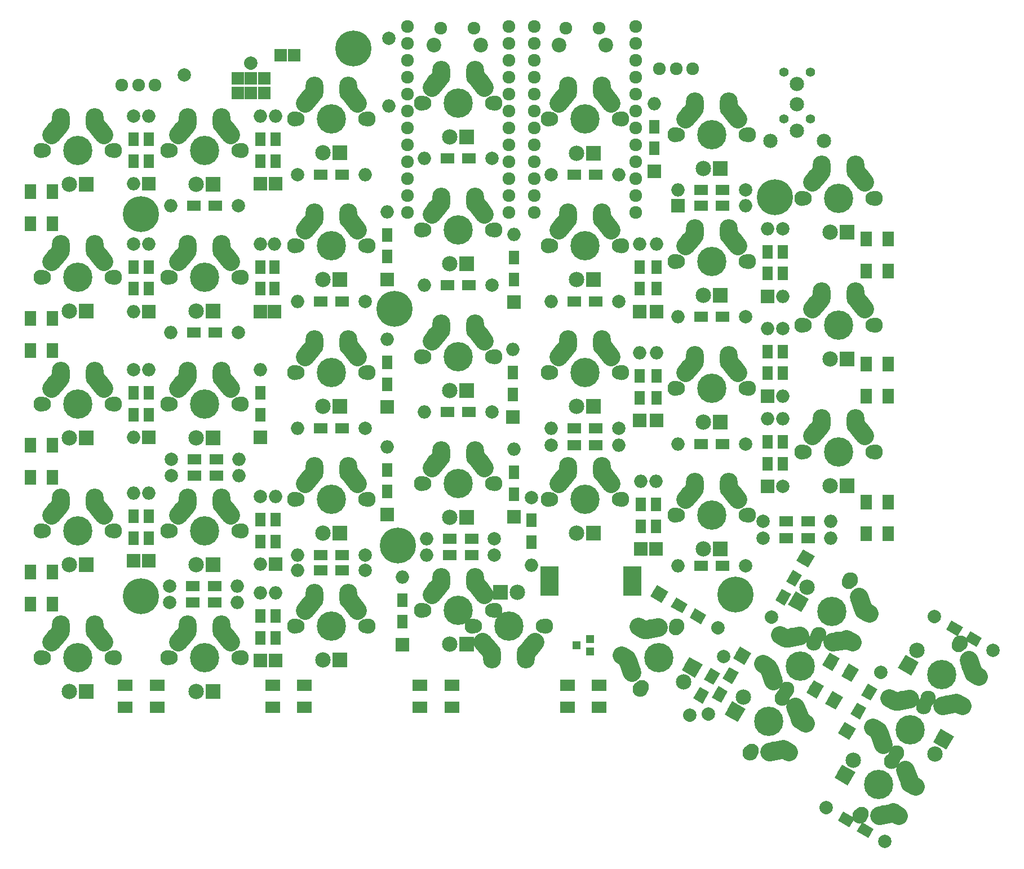
<source format=gbs>
G04 #@! TF.GenerationSoftware,KiCad,Pcbnew,(5.0.0)*
G04 #@! TF.CreationDate,2018-08-02T22:48:22+09:00*
G04 #@! TF.ProjectId,ergodash,6572676F646173682E6B696361645F70,2.0*
G04 #@! TF.SameCoordinates,Original*
G04 #@! TF.FileFunction,Soldermask,Bot*
G04 #@! TF.FilePolarity,Negative*
%FSLAX46Y46*%
G04 Gerber Fmt 4.6, Leading zero omitted, Abs format (unit mm)*
G04 Created by KiCad (PCBNEW (5.0.0)) date 08/02/18 22:48:22*
%MOMM*%
%LPD*%
G01*
G04 APERTURE LIST*
%ADD10O,2.000000X2.000000*%
%ADD11C,2.000000*%
%ADD12C,2.000000*%
%ADD13C,4.400000*%
%ADD14C,2.300000*%
%ADD15C,2.800000*%
%ADD16C,2.800000*%
%ADD17C,2.700000*%
%ADD18C,2.700000*%
%ADD19C,2.100000*%
%ADD20R,1.600000X2.000000*%
%ADD21O,2.700000X3.737000*%
%ADD22R,2.800000X4.400000*%
%ADD23C,2.200000*%
%ADD24C,1.924000*%
%ADD25C,5.400000*%
%ADD26R,1.924000X1.924000*%
%ADD27C,1.390600*%
%ADD28C,2.152600*%
%ADD29R,2.000000X1.600000*%
%ADD30C,1.600000*%
%ADD31C,0.100000*%
%ADD32C,2.305000*%
%ADD33R,2.305000X2.305000*%
%ADD34R,1.300000X1.200000*%
%ADD35R,2.000000X2.000000*%
%ADD36R,1.800000X2.200000*%
%ADD37R,2.200000X1.800000*%
%ADD38C,1.800000*%
G04 APERTURE END LIST*
D10*
G04 #@! TO.C,R2*
X133731000Y-51308000D03*
D11*
X133731000Y-41148000D03*
G04 #@! TD*
G04 #@! TO.C,R1*
X113002647Y-44844735D03*
D12*
X113002647Y-44844735D02*
X113002647Y-44844735D01*
D11*
X102997000Y-46609000D03*
G04 #@! TD*
D13*
G04 #@! TO.C,SW34*
X174292000Y-134175250D03*
D14*
X171542000Y-138938390D03*
X177042000Y-129412110D03*
D15*
X169947881Y-135547022D03*
D16*
X170255699Y-136392745D02*
X169640063Y-134701299D01*
D15*
X173307930Y-129727247D03*
D16*
X172421603Y-129883530D02*
X174194257Y-129570964D01*
D17*
X171654886Y-129742866D03*
D18*
X171205852Y-129483616D02*
X172103920Y-130002116D01*
D17*
X169134886Y-134107634D03*
D18*
X168685852Y-133848384D02*
X169583920Y-134366884D01*
D19*
X176832000Y-129775841D03*
X171752000Y-138574659D03*
G04 #@! TD*
D20*
G04 #@! TO.C,R13*
X155194000Y-116798000D03*
D11*
X155194000Y-110088000D03*
D10*
X155194000Y-120248000D03*
D20*
X155194000Y-113538000D03*
G04 #@! TD*
D13*
G04 #@! TO.C,SW38*
X151765000Y-129413000D03*
D14*
X157265000Y-129413000D03*
X146265000Y-129413000D03*
D15*
X155125049Y-132489231D03*
D16*
X155703558Y-131799791D02*
X154546540Y-133178671D01*
D15*
X148404951Y-132489231D03*
D16*
X148983460Y-133178671D02*
X147826442Y-131799791D01*
D21*
X149245000Y-133913000D03*
X154285000Y-133913000D03*
D19*
X146685000Y-129413000D03*
X156845000Y-129413000D03*
G04 #@! TD*
D22*
G04 #@! TO.C,M1*
X170284000Y-122682000D03*
X157884000Y-122682000D03*
G04 #@! TD*
D23*
G04 #@! TO.C,SW29*
X166314000Y-42124000D03*
X159314000Y-42124000D03*
D24*
X165314000Y-39624000D03*
X160314000Y-39624000D03*
G04 #@! TD*
D23*
G04 #@! TO.C,SW37*
X140518000Y-42124000D03*
X147518000Y-42124000D03*
D24*
X141518000Y-39624000D03*
X146518000Y-39624000D03*
G04 #@! TD*
D13*
G04 #@! TO.C,SW33*
X144145000Y-127031750D03*
D14*
X149645000Y-127031750D03*
X138645000Y-127031750D03*
D15*
X147505049Y-123955519D03*
D16*
X148083558Y-124644959D02*
X146926540Y-123266079D01*
D15*
X140784951Y-123955519D03*
D16*
X141363460Y-123266079D02*
X140206442Y-124644959D01*
D21*
X141625000Y-122531750D03*
X146665000Y-122531750D03*
D19*
X139065000Y-127031750D03*
X149225000Y-127031750D03*
G04 #@! TD*
D13*
G04 #@! TO.C,SW12*
X125095000Y-110363000D03*
D14*
X119595000Y-110363000D03*
X130595000Y-110363000D03*
D15*
X121734951Y-107286769D03*
D16*
X121156442Y-107976209D02*
X122313460Y-106597329D01*
D15*
X128455049Y-107286769D03*
D16*
X127876540Y-106597329D02*
X129033558Y-107976209D01*
D21*
X127615000Y-105863000D03*
X122575000Y-105863000D03*
D19*
X130175000Y-110363000D03*
X120015000Y-110363000D03*
G04 #@! TD*
D13*
G04 #@! TO.C,SW11*
X125095000Y-91313000D03*
D14*
X119595000Y-91313000D03*
X130595000Y-91313000D03*
D15*
X121734951Y-88236769D03*
D16*
X121156442Y-88926209D02*
X122313460Y-87547329D01*
D15*
X128455049Y-88236769D03*
D16*
X127876540Y-87547329D02*
X129033558Y-88926209D01*
D21*
X127615000Y-86813000D03*
X122575000Y-86813000D03*
D19*
X130175000Y-91313000D03*
X120015000Y-91313000D03*
G04 #@! TD*
D13*
G04 #@! TO.C,SW4*
X86995000Y-115125500D03*
D14*
X92495000Y-115125500D03*
X81495000Y-115125500D03*
D15*
X90355049Y-112049269D03*
D16*
X90933558Y-112738709D02*
X89776540Y-111359829D01*
D15*
X83634951Y-112049269D03*
D16*
X84213460Y-111359829D02*
X83056442Y-112738709D01*
D21*
X84475000Y-110625500D03*
X89515000Y-110625500D03*
D19*
X81915000Y-115125500D03*
X92075000Y-115125500D03*
G04 #@! TD*
D13*
G04 #@! TO.C,SW1*
X86995000Y-57975500D03*
D14*
X92495000Y-57975500D03*
X81495000Y-57975500D03*
D15*
X90355049Y-54899269D03*
D16*
X90933558Y-55588709D02*
X89776540Y-54209829D01*
D15*
X83634951Y-54899269D03*
D16*
X84213460Y-54209829D02*
X83056442Y-55588709D01*
D21*
X84475000Y-53475500D03*
X89515000Y-53475500D03*
D19*
X81915000Y-57975500D03*
X92075000Y-57975500D03*
G04 #@! TD*
D13*
G04 #@! TO.C,SW21*
X182245000Y-55594250D03*
D14*
X176745000Y-55594250D03*
X187745000Y-55594250D03*
D15*
X178884951Y-52518019D03*
D16*
X178306442Y-53207459D02*
X179463460Y-51828579D01*
D15*
X185605049Y-52518019D03*
D16*
X185026540Y-51828579D02*
X186183558Y-53207459D01*
D21*
X184765000Y-51094250D03*
X179725000Y-51094250D03*
D19*
X187325000Y-55594250D03*
X177165000Y-55594250D03*
G04 #@! TD*
D24*
G04 #@! TO.C,U6*
X170815000Y-39370000D03*
X170815000Y-41910000D03*
X170815000Y-44450000D03*
X170815000Y-46990000D03*
X170815000Y-49530000D03*
X170815000Y-52070000D03*
X170815000Y-54610000D03*
X170815000Y-57150000D03*
X170815000Y-59690000D03*
X170815000Y-62230000D03*
X170815000Y-64770000D03*
X170815000Y-67310000D03*
X155575000Y-67310000D03*
X155575000Y-64770000D03*
X155575000Y-62230000D03*
X155575000Y-59690000D03*
X155575000Y-57150000D03*
X155575000Y-54610000D03*
X155575000Y-52070000D03*
X155575000Y-49530000D03*
X155575000Y-46990000D03*
X155575000Y-44450000D03*
X155575000Y-41910000D03*
X155575000Y-39370000D03*
G04 #@! TD*
D25*
G04 #@! TO.C,U1*
X134620000Y-81788000D03*
G04 #@! TD*
G04 #@! TO.C,U2*
X191770000Y-65024000D03*
G04 #@! TD*
G04 #@! TO.C,U4*
X185801000Y-124714000D03*
G04 #@! TD*
G04 #@! TO.C,U5*
X96520000Y-67564000D03*
G04 #@! TD*
G04 #@! TO.C,U7*
X96520000Y-124968000D03*
G04 #@! TD*
D26*
G04 #@! TO.C,W1*
X119491000Y-43688000D03*
X117491000Y-43688000D03*
G04 #@! TD*
D27*
G04 #@! TO.C,J1*
X197072000Y-46204000D03*
X193072000Y-46204000D03*
D28*
X195072000Y-51004000D03*
X191072000Y-56504000D03*
X195072000Y-55004000D03*
X199072000Y-56504000D03*
X195072000Y-48004000D03*
D27*
X193072000Y-53204000D03*
X197072000Y-53204000D03*
G04 #@! TD*
D24*
G04 #@! TO.C,J2*
X96139000Y-48133000D03*
X93639000Y-48133000D03*
X98639000Y-48133000D03*
G04 #@! TD*
G04 #@! TO.C,J3*
X176911000Y-45720000D03*
X174411000Y-45720000D03*
X179411000Y-45720000D03*
G04 #@! TD*
D25*
G04 #@! TO.C,U8*
X135128000Y-117348000D03*
G04 #@! TD*
D20*
G04 #@! TO.C,R3*
X95377000Y-59542000D03*
D11*
X95377000Y-52832000D03*
D10*
X95377000Y-62992000D03*
D20*
X95377000Y-56282000D03*
G04 #@! TD*
D29*
G04 #@! TO.C,R4*
X104415000Y-66294000D03*
D11*
X111125000Y-66294000D03*
D10*
X100965000Y-66294000D03*
D29*
X107675000Y-66294000D03*
G04 #@! TD*
G04 #@! TO.C,R5*
X126725000Y-61595000D03*
D11*
X120015000Y-61595000D03*
D10*
X130175000Y-61595000D03*
D29*
X123465000Y-61595000D03*
G04 #@! TD*
G04 #@! TO.C,R6*
X142515000Y-59182000D03*
D11*
X149225000Y-59182000D03*
D10*
X139065000Y-59182000D03*
D29*
X145775000Y-59182000D03*
G04 #@! TD*
G04 #@! TO.C,R7*
X164825000Y-61595000D03*
D11*
X158115000Y-61595000D03*
D10*
X168275000Y-61595000D03*
D29*
X161565000Y-61595000D03*
G04 #@! TD*
G04 #@! TO.C,R8*
X180615000Y-63881000D03*
D11*
X187325000Y-63881000D03*
D10*
X177165000Y-63881000D03*
D29*
X183875000Y-63881000D03*
G04 #@! TD*
D20*
G04 #@! TO.C,R9*
X192913000Y-76433000D03*
D11*
X192913000Y-69723000D03*
D10*
X192913000Y-79883000D03*
D20*
X192913000Y-73173000D03*
G04 #@! TD*
G04 #@! TO.C,R10*
X95377000Y-78719000D03*
D11*
X95377000Y-72009000D03*
D10*
X95377000Y-82169000D03*
D20*
X95377000Y-75459000D03*
G04 #@! TD*
D29*
G04 #@! TO.C,R11*
X104415000Y-85344000D03*
D11*
X111125000Y-85344000D03*
D10*
X100965000Y-85344000D03*
D29*
X107675000Y-85344000D03*
G04 #@! TD*
G04 #@! TO.C,R12*
X123465000Y-80645000D03*
D11*
X130175000Y-80645000D03*
D10*
X120015000Y-80645000D03*
D29*
X126725000Y-80645000D03*
G04 #@! TD*
G04 #@! TO.C,R15*
X142515000Y-78232000D03*
D11*
X149225000Y-78232000D03*
D10*
X139065000Y-78232000D03*
D29*
X145775000Y-78232000D03*
G04 #@! TD*
G04 #@! TO.C,R16*
X161565000Y-80645000D03*
D11*
X168275000Y-80645000D03*
D10*
X158115000Y-80645000D03*
D29*
X164825000Y-80645000D03*
G04 #@! TD*
G04 #@! TO.C,R17*
X180615000Y-82931000D03*
D11*
X187325000Y-82931000D03*
D10*
X177165000Y-82931000D03*
D29*
X183875000Y-82931000D03*
G04 #@! TD*
D20*
G04 #@! TO.C,R18*
X192913000Y-91419000D03*
D11*
X192913000Y-84709000D03*
D10*
X192913000Y-94869000D03*
D20*
X192913000Y-88159000D03*
G04 #@! TD*
G04 #@! TO.C,R19*
X95377000Y-97642000D03*
D11*
X95377000Y-90932000D03*
D10*
X95377000Y-101092000D03*
D20*
X95377000Y-94382000D03*
G04 #@! TD*
D29*
G04 #@! TO.C,R20*
X107802000Y-104394000D03*
D11*
X101092000Y-104394000D03*
D10*
X111252000Y-104394000D03*
D29*
X104542000Y-104394000D03*
G04 #@! TD*
G04 #@! TO.C,R21*
X123465000Y-99695000D03*
D11*
X130175000Y-99695000D03*
D10*
X120015000Y-99695000D03*
D29*
X126725000Y-99695000D03*
G04 #@! TD*
G04 #@! TO.C,R22*
X142515000Y-97282000D03*
D11*
X149225000Y-97282000D03*
D10*
X139065000Y-97282000D03*
D29*
X145775000Y-97282000D03*
G04 #@! TD*
G04 #@! TO.C,R23*
X161565000Y-99695000D03*
D11*
X168275000Y-99695000D03*
D10*
X158115000Y-99695000D03*
D29*
X164825000Y-99695000D03*
G04 #@! TD*
G04 #@! TO.C,R24*
X180615000Y-102108000D03*
D11*
X187325000Y-102108000D03*
D10*
X177165000Y-102108000D03*
D29*
X183875000Y-102108000D03*
G04 #@! TD*
D20*
G04 #@! TO.C,R25*
X192913000Y-101748000D03*
D11*
X192913000Y-108458000D03*
D10*
X192913000Y-98298000D03*
D20*
X192913000Y-105008000D03*
G04 #@! TD*
D29*
G04 #@! TO.C,R26*
X107802000Y-106807000D03*
D11*
X101092000Y-106807000D03*
D10*
X111252000Y-106807000D03*
D29*
X104542000Y-106807000D03*
G04 #@! TD*
D20*
G04 #@! TO.C,R27*
X114427000Y-116692000D03*
D11*
X114427000Y-109982000D03*
D10*
X114427000Y-120142000D03*
D20*
X114427000Y-113432000D03*
G04 #@! TD*
D29*
G04 #@! TO.C,R28*
X123465000Y-118745000D03*
D11*
X130175000Y-118745000D03*
D10*
X120015000Y-118745000D03*
D29*
X126725000Y-118745000D03*
G04 #@! TD*
G04 #@! TO.C,R29*
X142896000Y-116332000D03*
D11*
X149606000Y-116332000D03*
D10*
X139446000Y-116332000D03*
D29*
X146156000Y-116332000D03*
G04 #@! TD*
G04 #@! TO.C,R30*
X164825000Y-102235000D03*
D11*
X158115000Y-102235000D03*
D10*
X168275000Y-102235000D03*
D29*
X161565000Y-102235000D03*
G04 #@! TD*
G04 #@! TO.C,R31*
X180615000Y-120396000D03*
D11*
X187325000Y-120396000D03*
D10*
X177165000Y-120396000D03*
D29*
X183875000Y-120396000D03*
G04 #@! TD*
D30*
G04 #@! TO.C,R32*
X180668000Y-139796030D03*
D31*
G36*
X180475180Y-138530005D02*
X181860820Y-139330005D01*
X180860820Y-141062055D01*
X179475180Y-140262055D01*
X180475180Y-138530005D01*
X180475180Y-138530005D01*
G37*
D11*
X184023000Y-133985000D03*
X178943000Y-142783818D03*
D12*
X178943000Y-142783818D02*
X178943000Y-142783818D01*
D30*
X182298000Y-136972788D03*
D31*
G36*
X182105180Y-135706763D02*
X183490820Y-136506763D01*
X182490820Y-138238813D01*
X181105180Y-137438813D01*
X182105180Y-135706763D01*
X182105180Y-135706763D01*
G37*
G04 #@! TD*
D29*
G04 #@! TO.C,R33*
X107548000Y-123444000D03*
D11*
X100838000Y-123444000D03*
D10*
X110998000Y-123444000D03*
D29*
X104288000Y-123444000D03*
G04 #@! TD*
G04 #@! TO.C,R34*
X107548000Y-125857000D03*
D11*
X100838000Y-125857000D03*
D10*
X110998000Y-125857000D03*
D29*
X104288000Y-125857000D03*
G04 #@! TD*
G04 #@! TO.C,R35*
X123465000Y-121031000D03*
D11*
X130175000Y-121031000D03*
D10*
X120015000Y-121031000D03*
D29*
X126725000Y-121031000D03*
G04 #@! TD*
G04 #@! TO.C,R36*
X142896000Y-118745000D03*
D11*
X149606000Y-118745000D03*
D10*
X139446000Y-118745000D03*
D29*
X146156000Y-118745000D03*
G04 #@! TD*
D25*
G04 #@! TO.C,U9*
X128397000Y-42672000D03*
G04 #@! TD*
D32*
G04 #@! TO.C,D35*
X85725000Y-63055500D03*
D33*
X88265000Y-63055500D03*
G04 #@! TD*
D32*
G04 #@! TO.C,D36*
X104775000Y-63055500D03*
D33*
X107315000Y-63055500D03*
G04 #@! TD*
D32*
G04 #@! TO.C,D37*
X123825000Y-58293000D03*
D33*
X126365000Y-58293000D03*
G04 #@! TD*
D32*
G04 #@! TO.C,D38*
X142875000Y-55911750D03*
D33*
X145415000Y-55911750D03*
G04 #@! TD*
D32*
G04 #@! TO.C,D39*
X161925000Y-58420000D03*
D33*
X164465000Y-58420000D03*
G04 #@! TD*
D32*
G04 #@! TO.C,D40*
X180975000Y-60674250D03*
D33*
X183515000Y-60674250D03*
G04 #@! TD*
D32*
G04 #@! TO.C,D41*
X200025000Y-70199250D03*
D33*
X202565000Y-70199250D03*
G04 #@! TD*
D32*
G04 #@! TO.C,D42*
X85725000Y-82105500D03*
D33*
X88265000Y-82105500D03*
G04 #@! TD*
D32*
G04 #@! TO.C,D43*
X104775000Y-82105500D03*
D33*
X107315000Y-82105500D03*
G04 #@! TD*
D32*
G04 #@! TO.C,D44*
X123825000Y-77343000D03*
D33*
X126365000Y-77343000D03*
G04 #@! TD*
D32*
G04 #@! TO.C,D45*
X142875000Y-74961750D03*
D33*
X145415000Y-74961750D03*
G04 #@! TD*
D32*
G04 #@! TO.C,D46*
X161925000Y-77343000D03*
D33*
X164465000Y-77343000D03*
G04 #@! TD*
D32*
G04 #@! TO.C,D47*
X180975000Y-79724250D03*
D33*
X183515000Y-79724250D03*
G04 #@! TD*
D32*
G04 #@! TO.C,D48*
X200025000Y-89249250D03*
D33*
X202565000Y-89249250D03*
G04 #@! TD*
D32*
G04 #@! TO.C,D49*
X85725000Y-101155500D03*
D33*
X88265000Y-101155500D03*
G04 #@! TD*
D32*
G04 #@! TO.C,D50*
X104775000Y-101155500D03*
D33*
X107315000Y-101155500D03*
G04 #@! TD*
D32*
G04 #@! TO.C,D51*
X123825000Y-96393000D03*
D33*
X126365000Y-96393000D03*
G04 #@! TD*
D32*
G04 #@! TO.C,D52*
X142875000Y-94011750D03*
D33*
X145415000Y-94011750D03*
G04 #@! TD*
D32*
G04 #@! TO.C,D53*
X161925000Y-96393000D03*
D33*
X164465000Y-96393000D03*
G04 #@! TD*
D32*
G04 #@! TO.C,D54*
X180975000Y-98774250D03*
D33*
X183515000Y-98774250D03*
G04 #@! TD*
D32*
G04 #@! TO.C,D55*
X200025000Y-108299250D03*
D33*
X202565000Y-108299250D03*
G04 #@! TD*
D32*
G04 #@! TO.C,D56*
X85725000Y-120205500D03*
D33*
X88265000Y-120205500D03*
G04 #@! TD*
D32*
G04 #@! TO.C,D57*
X104775000Y-120205500D03*
D33*
X107315000Y-120205500D03*
G04 #@! TD*
D32*
G04 #@! TO.C,D58*
X123825000Y-115443000D03*
D33*
X126365000Y-115443000D03*
G04 #@! TD*
D32*
G04 #@! TO.C,D59*
X142875000Y-113061750D03*
D33*
X145415000Y-113061750D03*
G04 #@! TD*
D32*
G04 #@! TO.C,D60*
X161925000Y-115443000D03*
D33*
X164465000Y-115443000D03*
G04 #@! TD*
D32*
G04 #@! TO.C,D61*
X180975000Y-117824250D03*
D33*
X183515000Y-117824250D03*
G04 #@! TD*
D32*
G04 #@! TO.C,D62*
X178056409Y-137815102D03*
X179326409Y-135615398D03*
D31*
G36*
X179748253Y-137189742D02*
X177752065Y-136037242D01*
X178904565Y-134041054D01*
X180900753Y-135193554D01*
X179748253Y-137189742D01*
X179748253Y-137189742D01*
G37*
G04 #@! TD*
D32*
G04 #@! TO.C,D63*
X85725000Y-139255500D03*
D33*
X88265000Y-139255500D03*
G04 #@! TD*
D32*
G04 #@! TO.C,D64*
X104775000Y-139255500D03*
D33*
X107315000Y-139255500D03*
G04 #@! TD*
D32*
G04 #@! TO.C,D65*
X123825000Y-134493000D03*
D33*
X126365000Y-134493000D03*
G04 #@! TD*
D32*
G04 #@! TO.C,D66*
X142875000Y-132111750D03*
D33*
X145415000Y-132111750D03*
G04 #@! TD*
D24*
G04 #@! TO.C,U3*
X136525000Y-39370000D03*
X136525000Y-41910000D03*
X136525000Y-44450000D03*
X136525000Y-46990000D03*
X136525000Y-49530000D03*
X136525000Y-52070000D03*
X136525000Y-54610000D03*
X136525000Y-57150000D03*
X136525000Y-59690000D03*
X136525000Y-62230000D03*
X136525000Y-64770000D03*
X136525000Y-67310000D03*
X151765000Y-67310000D03*
X151765000Y-64770000D03*
X151765000Y-62230000D03*
X151765000Y-59690000D03*
X151765000Y-57150000D03*
X151765000Y-54610000D03*
X151765000Y-52070000D03*
X151765000Y-49530000D03*
X151765000Y-46990000D03*
X151765000Y-44450000D03*
X151765000Y-41910000D03*
X151765000Y-39370000D03*
G04 #@! TD*
D32*
G04 #@! TO.C,D67*
X153035000Y-124333000D03*
D33*
X150495000Y-124333000D03*
G04 #@! TD*
D30*
G04 #@! TO.C,D68*
X205920000Y-139349970D03*
D31*
G36*
X206112820Y-140615995D02*
X204727180Y-139815995D01*
X205727180Y-138083945D01*
X207112820Y-138883945D01*
X206112820Y-140615995D01*
X206112820Y-140615995D01*
G37*
D11*
X202565000Y-145161000D03*
D31*
G36*
X202931025Y-146527025D02*
X201198975Y-145527025D01*
X202198975Y-143794975D01*
X203931025Y-144794975D01*
X202931025Y-146527025D01*
X202931025Y-146527025D01*
G37*
D11*
X207645000Y-136362182D03*
D12*
X207645000Y-136362182D02*
X207645000Y-136362182D01*
D30*
X204290000Y-142173212D03*
D31*
G36*
X204482820Y-143439237D02*
X203097180Y-142639237D01*
X204097180Y-140907187D01*
X205482820Y-141707187D01*
X204482820Y-143439237D01*
X204482820Y-143439237D01*
G37*
G04 #@! TD*
D34*
G04 #@! TO.C,Q1*
X163957000Y-133223000D03*
X163957000Y-131323000D03*
X161957000Y-132273000D03*
G04 #@! TD*
D13*
G04 #@! TO.C,SW2*
X86995000Y-77025500D03*
D14*
X92495000Y-77025500D03*
X81495000Y-77025500D03*
D15*
X90355049Y-73949269D03*
D16*
X90933558Y-74638709D02*
X89776540Y-73259829D01*
D15*
X83634951Y-73949269D03*
D16*
X84213460Y-73259829D02*
X83056442Y-74638709D01*
D21*
X84475000Y-72525500D03*
X89515000Y-72525500D03*
D19*
X81915000Y-77025500D03*
X92075000Y-77025500D03*
G04 #@! TD*
D13*
G04 #@! TO.C,SW3*
X86995000Y-96075500D03*
D14*
X92495000Y-96075500D03*
X81495000Y-96075500D03*
D15*
X90355049Y-92999269D03*
D16*
X90933558Y-93688709D02*
X89776540Y-92309829D01*
D15*
X83634951Y-92999269D03*
D16*
X84213460Y-92309829D02*
X83056442Y-93688709D01*
D21*
X84475000Y-91575500D03*
X89515000Y-91575500D03*
D19*
X81915000Y-96075500D03*
X92075000Y-96075500D03*
G04 #@! TD*
D13*
G04 #@! TO.C,SW5*
X106045000Y-57975500D03*
D14*
X100545000Y-57975500D03*
X111545000Y-57975500D03*
D15*
X102684951Y-54899269D03*
D16*
X102106442Y-55588709D02*
X103263460Y-54209829D01*
D15*
X109405049Y-54899269D03*
D16*
X108826540Y-54209829D02*
X109983558Y-55588709D01*
D21*
X108565000Y-53475500D03*
X103525000Y-53475500D03*
D19*
X111125000Y-57975500D03*
X100965000Y-57975500D03*
G04 #@! TD*
D13*
G04 #@! TO.C,SW6*
X106045000Y-77025500D03*
D14*
X100545000Y-77025500D03*
X111545000Y-77025500D03*
D15*
X102684951Y-73949269D03*
D16*
X102106442Y-74638709D02*
X103263460Y-73259829D01*
D15*
X109405049Y-73949269D03*
D16*
X108826540Y-73259829D02*
X109983558Y-74638709D01*
D21*
X108565000Y-72525500D03*
X103525000Y-72525500D03*
D19*
X111125000Y-77025500D03*
X100965000Y-77025500D03*
G04 #@! TD*
D13*
G04 #@! TO.C,SW7*
X106045000Y-96075500D03*
D14*
X100545000Y-96075500D03*
X111545000Y-96075500D03*
D15*
X102684951Y-92999269D03*
D16*
X102106442Y-93688709D02*
X103263460Y-92309829D01*
D15*
X109405049Y-92999269D03*
D16*
X108826540Y-92309829D02*
X109983558Y-93688709D01*
D21*
X108565000Y-91575500D03*
X103525000Y-91575500D03*
D19*
X111125000Y-96075500D03*
X100965000Y-96075500D03*
G04 #@! TD*
D13*
G04 #@! TO.C,SW8*
X106045000Y-115125500D03*
D14*
X100545000Y-115125500D03*
X111545000Y-115125500D03*
D15*
X102684951Y-112049269D03*
D16*
X102106442Y-112738709D02*
X103263460Y-111359829D01*
D15*
X109405049Y-112049269D03*
D16*
X108826540Y-111359829D02*
X109983558Y-112738709D01*
D21*
X108565000Y-110625500D03*
X103525000Y-110625500D03*
D19*
X111125000Y-115125500D03*
X100965000Y-115125500D03*
G04 #@! TD*
D13*
G04 #@! TO.C,SW9*
X125095000Y-53213000D03*
D14*
X130595000Y-53213000D03*
X119595000Y-53213000D03*
D15*
X128455049Y-50136769D03*
D16*
X129033558Y-50826209D02*
X127876540Y-49447329D01*
D15*
X121734951Y-50136769D03*
D16*
X122313460Y-49447329D02*
X121156442Y-50826209D01*
D21*
X122575000Y-48713000D03*
X127615000Y-48713000D03*
D19*
X120015000Y-53213000D03*
X130175000Y-53213000D03*
G04 #@! TD*
D13*
G04 #@! TO.C,SW10*
X125095000Y-72263000D03*
D14*
X130595000Y-72263000D03*
X119595000Y-72263000D03*
D15*
X128455049Y-69186769D03*
D16*
X129033558Y-69876209D02*
X127876540Y-68497329D01*
D15*
X121734951Y-69186769D03*
D16*
X122313460Y-68497329D02*
X121156442Y-69876209D01*
D21*
X122575000Y-67763000D03*
X127615000Y-67763000D03*
D19*
X120015000Y-72263000D03*
X130175000Y-72263000D03*
G04 #@! TD*
D13*
G04 #@! TO.C,SW13*
X144145000Y-50831750D03*
D14*
X138645000Y-50831750D03*
X149645000Y-50831750D03*
D15*
X140784951Y-47755519D03*
D16*
X140206442Y-48444959D02*
X141363460Y-47066079D01*
D15*
X147505049Y-47755519D03*
D16*
X146926540Y-47066079D02*
X148083558Y-48444959D01*
D21*
X146665000Y-46331750D03*
X141625000Y-46331750D03*
D19*
X149225000Y-50831750D03*
X139065000Y-50831750D03*
G04 #@! TD*
D13*
G04 #@! TO.C,SW14*
X144145000Y-69881750D03*
D14*
X138645000Y-69881750D03*
X149645000Y-69881750D03*
D15*
X140784951Y-66805519D03*
D16*
X140206442Y-67494959D02*
X141363460Y-66116079D01*
D15*
X147505049Y-66805519D03*
D16*
X146926540Y-66116079D02*
X148083558Y-67494959D01*
D21*
X146665000Y-65381750D03*
X141625000Y-65381750D03*
D19*
X149225000Y-69881750D03*
X139065000Y-69881750D03*
G04 #@! TD*
D13*
G04 #@! TO.C,SW15*
X144145000Y-88931750D03*
D14*
X138645000Y-88931750D03*
X149645000Y-88931750D03*
D15*
X140784951Y-85855519D03*
D16*
X140206442Y-86544959D02*
X141363460Y-85166079D01*
D15*
X147505049Y-85855519D03*
D16*
X146926540Y-85166079D02*
X148083558Y-86544959D01*
D21*
X146665000Y-84431750D03*
X141625000Y-84431750D03*
D19*
X149225000Y-88931750D03*
X139065000Y-88931750D03*
G04 #@! TD*
D13*
G04 #@! TO.C,SW16*
X144145000Y-107981750D03*
D14*
X138645000Y-107981750D03*
X149645000Y-107981750D03*
D15*
X140784951Y-104905519D03*
D16*
X140206442Y-105594959D02*
X141363460Y-104216079D01*
D15*
X147505049Y-104905519D03*
D16*
X146926540Y-104216079D02*
X148083558Y-105594959D01*
D21*
X146665000Y-103481750D03*
X141625000Y-103481750D03*
D19*
X149225000Y-107981750D03*
X139065000Y-107981750D03*
G04 #@! TD*
D13*
G04 #@! TO.C,SW17*
X163195000Y-53213000D03*
D14*
X157695000Y-53213000D03*
X168695000Y-53213000D03*
D15*
X159834951Y-50136769D03*
D16*
X159256442Y-50826209D02*
X160413460Y-49447329D01*
D15*
X166555049Y-50136769D03*
D16*
X165976540Y-49447329D02*
X167133558Y-50826209D01*
D21*
X165715000Y-48713000D03*
X160675000Y-48713000D03*
D19*
X168275000Y-53213000D03*
X158115000Y-53213000D03*
G04 #@! TD*
D13*
G04 #@! TO.C,SW18*
X163195000Y-72263000D03*
D14*
X157695000Y-72263000D03*
X168695000Y-72263000D03*
D15*
X159834951Y-69186769D03*
D16*
X159256442Y-69876209D02*
X160413460Y-68497329D01*
D15*
X166555049Y-69186769D03*
D16*
X165976540Y-68497329D02*
X167133558Y-69876209D01*
D21*
X165715000Y-67763000D03*
X160675000Y-67763000D03*
D19*
X168275000Y-72263000D03*
X158115000Y-72263000D03*
G04 #@! TD*
D13*
G04 #@! TO.C,SW19*
X163195000Y-91313000D03*
D14*
X157695000Y-91313000D03*
X168695000Y-91313000D03*
D15*
X159834951Y-88236769D03*
D16*
X159256442Y-88926209D02*
X160413460Y-87547329D01*
D15*
X166555049Y-88236769D03*
D16*
X165976540Y-87547329D02*
X167133558Y-88926209D01*
D21*
X165715000Y-86813000D03*
X160675000Y-86813000D03*
D19*
X168275000Y-91313000D03*
X158115000Y-91313000D03*
G04 #@! TD*
D13*
G04 #@! TO.C,SW20*
X163195000Y-110363000D03*
D14*
X157695000Y-110363000D03*
X168695000Y-110363000D03*
D15*
X159834951Y-107286769D03*
D16*
X159256442Y-107976209D02*
X160413460Y-106597329D01*
D15*
X166555049Y-107286769D03*
D16*
X165976540Y-106597329D02*
X167133558Y-107976209D01*
D21*
X165715000Y-105863000D03*
X160675000Y-105863000D03*
D19*
X168275000Y-110363000D03*
X158115000Y-110363000D03*
G04 #@! TD*
D13*
G04 #@! TO.C,SW22*
X182245000Y-74644250D03*
D14*
X187745000Y-74644250D03*
X176745000Y-74644250D03*
D15*
X185605049Y-71568019D03*
D16*
X186183558Y-72257459D02*
X185026540Y-70878579D01*
D15*
X178884951Y-71568019D03*
D16*
X179463460Y-70878579D02*
X178306442Y-72257459D01*
D21*
X179725000Y-70144250D03*
X184765000Y-70144250D03*
D19*
X177165000Y-74644250D03*
X187325000Y-74644250D03*
G04 #@! TD*
D13*
G04 #@! TO.C,SW23*
X182245000Y-93694250D03*
D14*
X187745000Y-93694250D03*
X176745000Y-93694250D03*
D15*
X185605049Y-90618019D03*
D16*
X186183558Y-91307459D02*
X185026540Y-89928579D01*
D15*
X178884951Y-90618019D03*
D16*
X179463460Y-89928579D02*
X178306442Y-91307459D01*
D21*
X179725000Y-89194250D03*
X184765000Y-89194250D03*
D19*
X177165000Y-93694250D03*
X187325000Y-93694250D03*
G04 #@! TD*
D13*
G04 #@! TO.C,SW24*
X182245000Y-112744250D03*
D14*
X187745000Y-112744250D03*
X176745000Y-112744250D03*
D15*
X185605049Y-109668019D03*
D16*
X186183558Y-110357459D02*
X185026540Y-108978579D01*
D15*
X178884951Y-109668019D03*
D16*
X179463460Y-108978579D02*
X178306442Y-110357459D01*
D21*
X179725000Y-108244250D03*
X184765000Y-108244250D03*
D19*
X177165000Y-112744250D03*
X187325000Y-112744250D03*
G04 #@! TD*
D13*
G04 #@! TO.C,SW25*
X201295000Y-65119250D03*
D14*
X195795000Y-65119250D03*
X206795000Y-65119250D03*
D15*
X197934951Y-62043019D03*
D16*
X197356442Y-62732459D02*
X198513460Y-61353579D01*
D15*
X204655049Y-62043019D03*
D16*
X204076540Y-61353579D02*
X205233558Y-62732459D01*
D21*
X203815000Y-60619250D03*
X198775000Y-60619250D03*
D19*
X206375000Y-65119250D03*
X196215000Y-65119250D03*
G04 #@! TD*
D13*
G04 #@! TO.C,SW26*
X201295000Y-84169250D03*
D14*
X195795000Y-84169250D03*
X206795000Y-84169250D03*
D15*
X197934951Y-81093019D03*
D16*
X197356442Y-81782459D02*
X198513460Y-80403579D01*
D15*
X204655049Y-81093019D03*
D16*
X204076540Y-80403579D02*
X205233558Y-81782459D01*
D21*
X203815000Y-79669250D03*
X198775000Y-79669250D03*
D19*
X206375000Y-84169250D03*
X196215000Y-84169250D03*
G04 #@! TD*
D13*
G04 #@! TO.C,SW27*
X201295000Y-103219250D03*
D14*
X195795000Y-103219250D03*
X206795000Y-103219250D03*
D15*
X197934951Y-100143019D03*
D16*
X197356442Y-100832459D02*
X198513460Y-99453579D01*
D15*
X204655049Y-100143019D03*
D16*
X204076540Y-99453579D02*
X205233558Y-100832459D01*
D21*
X203815000Y-98719250D03*
X198775000Y-98719250D03*
D19*
X206375000Y-103219250D03*
X196215000Y-103219250D03*
G04 #@! TD*
D13*
G04 #@! TO.C,SW28*
X200315000Y-127202300D03*
D14*
X203065000Y-122439160D03*
X197565000Y-131965440D03*
D15*
X204659119Y-125830528D03*
D16*
X204351301Y-124984805D02*
X204966937Y-126676251D01*
D15*
X201299070Y-131650303D03*
D16*
X202185397Y-131494020D02*
X200412743Y-131806586D01*
D17*
X202952114Y-131634684D03*
D18*
X203401148Y-131893934D02*
X202503080Y-131375434D01*
D17*
X205472114Y-127269916D03*
D18*
X205921148Y-127529166D02*
X205023080Y-127010666D01*
D19*
X197775000Y-131601709D03*
X202855000Y-122802891D03*
G04 #@! TD*
D13*
G04 #@! TO.C,SW30*
X86995000Y-134175500D03*
D14*
X92495000Y-134175500D03*
X81495000Y-134175500D03*
D15*
X90355049Y-131099269D03*
D16*
X90933558Y-131788709D02*
X89776540Y-130409829D01*
D15*
X83634951Y-131099269D03*
D16*
X84213460Y-130409829D02*
X83056442Y-131788709D01*
D21*
X84475000Y-129675500D03*
X89515000Y-129675500D03*
D19*
X81915000Y-134175500D03*
X92075000Y-134175500D03*
G04 #@! TD*
D13*
G04 #@! TO.C,SW31*
X106045000Y-134175500D03*
D14*
X100545000Y-134175500D03*
X111545000Y-134175500D03*
D15*
X102684951Y-131099269D03*
D16*
X102106442Y-131788709D02*
X103263460Y-130409829D01*
D15*
X109405049Y-131099269D03*
D16*
X108826540Y-130409829D02*
X109983558Y-131788709D01*
D21*
X108565000Y-129675500D03*
X103525000Y-129675500D03*
D19*
X111125000Y-134175500D03*
X100965000Y-134175500D03*
G04 #@! TD*
D13*
G04 #@! TO.C,SW32*
X125095000Y-129413000D03*
D14*
X130595000Y-129413000D03*
X119595000Y-129413000D03*
D15*
X128455049Y-126336769D03*
D16*
X129033558Y-127026209D02*
X127876540Y-125647329D01*
D15*
X121734951Y-126336769D03*
D16*
X122313460Y-125647329D02*
X121156442Y-127026209D01*
D21*
X122575000Y-124913000D03*
X127615000Y-124913000D03*
D19*
X120015000Y-129413000D03*
X130175000Y-129413000D03*
G04 #@! TD*
D13*
G04 #@! TO.C,SW35*
X190790000Y-143700300D03*
D14*
X193540000Y-138937160D03*
X188040000Y-148463440D03*
D15*
X195134119Y-142328528D03*
D16*
X194826301Y-141482805D02*
X195441937Y-143174251D01*
D15*
X191774070Y-148148303D03*
D16*
X192660397Y-147992020D02*
X190887743Y-148304586D01*
D17*
X193427114Y-148132684D03*
D18*
X193876148Y-148391934D02*
X192978080Y-147873434D01*
D17*
X195947114Y-143767916D03*
D18*
X196396148Y-144027166D02*
X195498080Y-143508666D01*
D19*
X188250000Y-148099709D03*
X193330000Y-139300891D03*
G04 #@! TD*
D13*
G04 #@! TO.C,SW36*
X195552500Y-135451250D03*
D14*
X192802500Y-140214390D03*
X198302500Y-130688110D03*
D15*
X191208381Y-136823022D03*
D16*
X191516199Y-137668745D02*
X190900563Y-135977299D01*
D15*
X194568430Y-131003247D03*
D16*
X193682103Y-131159530D02*
X195454757Y-130846964D01*
D17*
X192915386Y-131018866D03*
D18*
X192466352Y-130759616D02*
X193364420Y-131278116D01*
D17*
X190395386Y-135383634D03*
D18*
X189946352Y-135124384D02*
X190844420Y-135642884D01*
D19*
X198092500Y-131051841D03*
X193012500Y-139850659D03*
G04 #@! TD*
D13*
G04 #@! TO.C,SW39*
X216813000Y-136727350D03*
D14*
X219563000Y-131964210D03*
X214063000Y-141490490D03*
D15*
X221157119Y-135355578D03*
D16*
X220849301Y-134509855D02*
X221464937Y-136201301D01*
D15*
X217797070Y-141175353D03*
D16*
X218683397Y-141019070D02*
X216910743Y-141331636D01*
D17*
X219450114Y-141159734D03*
D18*
X219899148Y-141418984D02*
X219001080Y-140900484D01*
D17*
X221970114Y-136794966D03*
D18*
X222419148Y-137054216D02*
X221521080Y-136535716D01*
D19*
X214273000Y-141126759D03*
X219353000Y-132327941D03*
G04 #@! TD*
D13*
G04 #@! TO.C,SW40*
X212050500Y-144976300D03*
D14*
X209300500Y-149739440D03*
X214800500Y-140213160D03*
D15*
X207706381Y-146348072D03*
D16*
X208014199Y-147193795D02*
X207398563Y-145502349D01*
D15*
X211066430Y-140528297D03*
D16*
X210180103Y-140684580D02*
X211952757Y-140372014D01*
D17*
X209413386Y-140543916D03*
D18*
X208964352Y-140284666D02*
X209862420Y-140803166D01*
D17*
X206893386Y-144908684D03*
D18*
X206444352Y-144649434D02*
X207342420Y-145167934D01*
D19*
X214590500Y-140576891D03*
X209510500Y-149375709D03*
G04 #@! TD*
D13*
G04 #@! TO.C,SW41*
X207288000Y-153225350D03*
D14*
X210038000Y-148462210D03*
X204538000Y-157988490D03*
D15*
X211632119Y-151853578D03*
D16*
X211324301Y-151007855D02*
X211939937Y-152699301D01*
D15*
X208272070Y-157673353D03*
D16*
X209158397Y-157517070D02*
X207385743Y-157829636D01*
D17*
X209925114Y-157657734D03*
D18*
X210374148Y-157916984D02*
X209476080Y-157398484D01*
D17*
X212445114Y-153292966D03*
D18*
X212894148Y-153552216D02*
X211996080Y-153033716D01*
D19*
X204748000Y-157624759D03*
X209828000Y-148825941D03*
G04 #@! TD*
D26*
G04 #@! TO.C,J4*
X115030000Y-47159000D03*
X113030000Y-47159000D03*
X111030000Y-47159000D03*
G04 #@! TD*
G04 #@! TO.C,J5*
X115030000Y-49318000D03*
X113030000Y-49318000D03*
X111030000Y-49318000D03*
G04 #@! TD*
D32*
G04 #@! TO.C,D69*
X196550591Y-123562448D03*
X195280591Y-125762152D03*
D31*
G36*
X194858747Y-124187808D02*
X196854935Y-125340308D01*
X195702435Y-127336496D01*
X193706247Y-126183996D01*
X194858747Y-124187808D01*
X194858747Y-124187808D01*
G37*
G04 #@! TD*
D32*
G04 #@! TO.C,D70*
X213048591Y-133087498D03*
X211778591Y-135287202D03*
D31*
G36*
X211356747Y-133712858D02*
X213352935Y-134865358D01*
X212200435Y-136861546D01*
X210204247Y-135709046D01*
X211356747Y-133712858D01*
X211356747Y-133712858D01*
G37*
G04 #@! TD*
D32*
G04 #@! TO.C,D71*
X187025591Y-140060448D03*
X185755591Y-142260152D03*
D31*
G36*
X185333747Y-140685808D02*
X187329935Y-141838308D01*
X186177435Y-143834496D01*
X184181247Y-142681996D01*
X185333747Y-140685808D01*
X185333747Y-140685808D01*
G37*
G04 #@! TD*
D32*
G04 #@! TO.C,D72*
X203523591Y-149585498D03*
X202253591Y-151785202D03*
D31*
G36*
X201831747Y-150210858D02*
X203827935Y-151363358D01*
X202675435Y-153359546D01*
X200679247Y-152207046D01*
X201831747Y-150210858D01*
X201831747Y-150210858D01*
G37*
G04 #@! TD*
D29*
G04 #@! TO.C,R14*
X196702000Y-113665000D03*
D11*
X189992000Y-113665000D03*
D10*
X200152000Y-113665000D03*
D29*
X193442000Y-113665000D03*
G04 #@! TD*
D30*
G04 #@! TO.C,R37*
X218724970Y-129741000D03*
D31*
G36*
X219990995Y-129548180D02*
X219190995Y-130933820D01*
X217458945Y-129933820D01*
X218258945Y-128548180D01*
X219990995Y-129548180D01*
X219990995Y-129548180D01*
G37*
D11*
X224536000Y-133096000D03*
X215737182Y-128016000D03*
D12*
X215737182Y-128016000D02*
X215737182Y-128016000D01*
D30*
X221548212Y-131371000D03*
D31*
G36*
X222814237Y-131178180D02*
X222014237Y-132563820D01*
X220282187Y-131563820D01*
X221082187Y-130178180D01*
X222814237Y-131178180D01*
X222814237Y-131178180D01*
G37*
G04 #@! TD*
D29*
G04 #@! TO.C,R38*
X196702000Y-116205000D03*
D11*
X189992000Y-116205000D03*
D10*
X200152000Y-116205000D03*
D29*
X193442000Y-116205000D03*
G04 #@! TD*
D30*
G04 #@! TO.C,R39*
X202468970Y-158443000D03*
D31*
G36*
X203734995Y-158250180D02*
X202934995Y-159635820D01*
X201202945Y-158635820D01*
X202002945Y-157250180D01*
X203734995Y-158250180D01*
X203734995Y-158250180D01*
G37*
D11*
X208280000Y-161798000D03*
X199481182Y-156718000D03*
D12*
X199481182Y-156718000D02*
X199481182Y-156718000D01*
D30*
X205292212Y-160073000D03*
D31*
G36*
X206558237Y-159880180D02*
X205758237Y-161265820D01*
X204026187Y-160265820D01*
X204826187Y-158880180D01*
X206558237Y-159880180D01*
X206558237Y-159880180D01*
G37*
G04 #@! TD*
D32*
G04 #@! TO.C,D73*
X215814909Y-148616152D03*
X217084909Y-146416448D03*
D31*
G36*
X217506753Y-147990792D02*
X215510565Y-146838292D01*
X216663065Y-144842104D01*
X218659253Y-145994604D01*
X217506753Y-147990792D01*
X217506753Y-147990792D01*
G37*
G04 #@! TD*
D20*
G04 #@! TO.C,D1*
X97663000Y-56282000D03*
D35*
X97663000Y-62992000D03*
D10*
X97663000Y-52832000D03*
D20*
X97663000Y-59542000D03*
G04 #@! TD*
G04 #@! TO.C,D2*
X97663000Y-75459000D03*
D35*
X97663000Y-82169000D03*
D10*
X97663000Y-72009000D03*
D20*
X97663000Y-78719000D03*
G04 #@! TD*
G04 #@! TO.C,D3*
X97663000Y-94382000D03*
D35*
X97663000Y-101092000D03*
D10*
X97663000Y-90932000D03*
D20*
X97663000Y-97642000D03*
G04 #@! TD*
G04 #@! TO.C,D4*
X95377000Y-112924000D03*
D35*
X95377000Y-119634000D03*
D10*
X95377000Y-109474000D03*
D20*
X95377000Y-116184000D03*
G04 #@! TD*
G04 #@! TO.C,D5*
X114427000Y-56282000D03*
D35*
X114427000Y-62992000D03*
D10*
X114427000Y-52832000D03*
D20*
X114427000Y-59542000D03*
G04 #@! TD*
G04 #@! TO.C,D6*
X114427000Y-75459000D03*
D35*
X114427000Y-82169000D03*
D10*
X114427000Y-72009000D03*
D20*
X114427000Y-78719000D03*
G04 #@! TD*
G04 #@! TO.C,D7*
X114427000Y-94382000D03*
D35*
X114427000Y-101092000D03*
D10*
X114427000Y-90932000D03*
D20*
X114427000Y-97642000D03*
G04 #@! TD*
G04 #@! TO.C,D8*
X116713000Y-113432000D03*
D35*
X116713000Y-120142000D03*
D10*
X116713000Y-109982000D03*
D20*
X116713000Y-116692000D03*
G04 #@! TD*
G04 #@! TO.C,D9*
X116713000Y-56282000D03*
D35*
X116713000Y-62992000D03*
D10*
X116713000Y-52832000D03*
D20*
X116713000Y-59542000D03*
G04 #@! TD*
G04 #@! TO.C,D10*
X116586000Y-75459000D03*
D35*
X116586000Y-82169000D03*
D10*
X116586000Y-72009000D03*
D20*
X116586000Y-78719000D03*
G04 #@! TD*
G04 #@! TO.C,D11*
X133477000Y-89810000D03*
D35*
X133477000Y-96520000D03*
D10*
X133477000Y-86360000D03*
D20*
X133477000Y-93070000D03*
G04 #@! TD*
G04 #@! TO.C,D12*
X133477000Y-105939000D03*
D35*
X133477000Y-112649000D03*
D10*
X133477000Y-102489000D03*
D20*
X133477000Y-109199000D03*
G04 #@! TD*
G04 #@! TO.C,D13*
X133477000Y-70633000D03*
D35*
X133477000Y-77343000D03*
D10*
X133477000Y-67183000D03*
D20*
X133477000Y-73893000D03*
G04 #@! TD*
G04 #@! TO.C,D14*
X152527000Y-74062000D03*
D35*
X152527000Y-80772000D03*
D10*
X152527000Y-70612000D03*
D20*
X152527000Y-77322000D03*
G04 #@! TD*
G04 #@! TO.C,D15*
X152400000Y-91334000D03*
D35*
X152400000Y-98044000D03*
D10*
X152400000Y-87884000D03*
D20*
X152400000Y-94594000D03*
G04 #@! TD*
G04 #@! TO.C,D16*
X152527000Y-106320000D03*
D35*
X152527000Y-113030000D03*
D10*
X152527000Y-102870000D03*
D20*
X152527000Y-109580000D03*
G04 #@! TD*
G04 #@! TO.C,D17*
X173609000Y-54377000D03*
D35*
X173609000Y-61087000D03*
D10*
X173609000Y-50927000D03*
D20*
X173609000Y-57637000D03*
G04 #@! TD*
G04 #@! TO.C,D18*
X171450000Y-75459000D03*
D35*
X171450000Y-82169000D03*
D10*
X171450000Y-72009000D03*
D20*
X171450000Y-78719000D03*
G04 #@! TD*
G04 #@! TO.C,D19*
X171450000Y-91842000D03*
D35*
X171450000Y-98552000D03*
D10*
X171450000Y-88392000D03*
D20*
X171450000Y-95102000D03*
G04 #@! TD*
G04 #@! TO.C,D20*
X171577000Y-111146000D03*
D35*
X171577000Y-117856000D03*
D10*
X171577000Y-107696000D03*
D20*
X171577000Y-114406000D03*
G04 #@! TD*
D29*
G04 #@! TO.C,D21*
X183875000Y-66294000D03*
D35*
X177165000Y-66294000D03*
D10*
X187325000Y-66294000D03*
D29*
X180615000Y-66294000D03*
G04 #@! TD*
D20*
G04 #@! TO.C,D22*
X173990000Y-75459000D03*
D35*
X173990000Y-82169000D03*
D10*
X173990000Y-72009000D03*
D20*
X173990000Y-78719000D03*
G04 #@! TD*
G04 #@! TO.C,D23*
X173990000Y-91842000D03*
D35*
X173990000Y-98552000D03*
D10*
X173990000Y-88392000D03*
D20*
X173990000Y-95102000D03*
G04 #@! TD*
G04 #@! TO.C,D24*
X173863000Y-111146000D03*
D35*
X173863000Y-117856000D03*
D10*
X173863000Y-107696000D03*
D20*
X173863000Y-114406000D03*
G04 #@! TD*
G04 #@! TO.C,D25*
X190627000Y-73173000D03*
D35*
X190627000Y-79883000D03*
D10*
X190627000Y-69723000D03*
D20*
X190627000Y-76433000D03*
G04 #@! TD*
G04 #@! TO.C,D26*
X190627000Y-88159000D03*
D35*
X190627000Y-94869000D03*
D10*
X190627000Y-84709000D03*
D20*
X190627000Y-91419000D03*
G04 #@! TD*
G04 #@! TO.C,D27*
X190627000Y-101748000D03*
D35*
X190627000Y-108458000D03*
D10*
X190627000Y-98298000D03*
D20*
X190627000Y-105008000D03*
G04 #@! TD*
D30*
G04 #@! TO.C,D28*
X192987000Y-125064030D03*
D31*
G36*
X192794180Y-123798005D02*
X194179820Y-124598005D01*
X193179820Y-126330055D01*
X191794180Y-125530055D01*
X192794180Y-123798005D01*
X192794180Y-123798005D01*
G37*
D11*
X196342000Y-119253000D03*
D31*
G36*
X195975975Y-117886975D02*
X197708025Y-118886975D01*
X196708025Y-120619025D01*
X194975975Y-119619025D01*
X195975975Y-117886975D01*
X195975975Y-117886975D01*
G37*
D11*
X191262000Y-128051818D03*
D12*
X191262000Y-128051818D02*
X191262000Y-128051818D01*
D30*
X194617000Y-122240788D03*
D31*
G36*
X194424180Y-120974763D02*
X195809820Y-121774763D01*
X194809820Y-123506813D01*
X193424180Y-122706813D01*
X194424180Y-120974763D01*
X194424180Y-120974763D01*
G37*
G04 #@! TD*
D20*
G04 #@! TO.C,D29*
X97663000Y-112924000D03*
D35*
X97663000Y-119634000D03*
D10*
X97663000Y-109474000D03*
D20*
X97663000Y-116184000D03*
G04 #@! TD*
G04 #@! TO.C,D30*
X114427000Y-127910000D03*
D35*
X114427000Y-134620000D03*
D10*
X114427000Y-124460000D03*
D20*
X114427000Y-131170000D03*
G04 #@! TD*
G04 #@! TO.C,D31*
X116713000Y-127910000D03*
D35*
X116713000Y-134620000D03*
D10*
X116713000Y-124460000D03*
D20*
X116713000Y-131170000D03*
G04 #@! TD*
G04 #@! TO.C,D32*
X135763000Y-125497000D03*
D35*
X135763000Y-132207000D03*
D10*
X135763000Y-122047000D03*
D20*
X135763000Y-128757000D03*
G04 #@! TD*
D30*
G04 #@! TO.C,D33*
X180182030Y-127942000D03*
D31*
G36*
X178916005Y-128134820D02*
X179716005Y-126749180D01*
X181448055Y-127749180D01*
X180648055Y-129134820D01*
X178916005Y-128134820D01*
X178916005Y-128134820D01*
G37*
D11*
X174371000Y-124587000D03*
D31*
G36*
X173004975Y-124953025D02*
X174004975Y-123220975D01*
X175737025Y-124220975D01*
X174737025Y-125953025D01*
X173004975Y-124953025D01*
X173004975Y-124953025D01*
G37*
D11*
X183169818Y-129667000D03*
D12*
X183169818Y-129667000D02*
X183169818Y-129667000D01*
D30*
X177358788Y-126312000D03*
D31*
G36*
X176092763Y-126504820D02*
X176892763Y-125119180D01*
X178624813Y-126119180D01*
X177824813Y-127504820D01*
X176092763Y-126504820D01*
X176092763Y-126504820D01*
G37*
G04 #@! TD*
D30*
G04 #@! TO.C,D34*
X183462000Y-139669030D03*
D31*
G36*
X183269180Y-138403005D02*
X184654820Y-139203005D01*
X183654820Y-140935055D01*
X182269180Y-140135055D01*
X183269180Y-138403005D01*
X183269180Y-138403005D01*
G37*
D11*
X186817000Y-133858000D03*
D31*
G36*
X186450975Y-132491975D02*
X188183025Y-133491975D01*
X187183025Y-135224025D01*
X185450975Y-134224025D01*
X186450975Y-132491975D01*
X186450975Y-132491975D01*
G37*
D11*
X181737000Y-142656818D03*
D12*
X181737000Y-142656818D02*
X181737000Y-142656818D01*
D30*
X185092000Y-136845788D03*
D31*
G36*
X184899180Y-135579763D02*
X186284820Y-136379763D01*
X185284820Y-138111813D01*
X183899180Y-137311813D01*
X184899180Y-135579763D01*
X184899180Y-135579763D01*
G37*
G04 #@! TD*
D36*
G04 #@! TO.C,LED1*
X83184000Y-68948000D03*
X79884000Y-68948000D03*
X79884000Y-64148000D03*
X83184000Y-64148000D03*
G04 #@! TD*
G04 #@! TO.C,LED2*
X83184000Y-87998000D03*
X79884000Y-87998000D03*
X79884000Y-83198000D03*
X83184000Y-83198000D03*
G04 #@! TD*
G04 #@! TO.C,LED3*
X83184000Y-107048000D03*
X79884000Y-107048000D03*
X79884000Y-102248000D03*
X83184000Y-102248000D03*
G04 #@! TD*
G04 #@! TO.C,LED4*
X83184000Y-126098000D03*
X79884000Y-126098000D03*
X79884000Y-121298000D03*
X83184000Y-121298000D03*
G04 #@! TD*
D37*
G04 #@! TO.C,LED5*
X98920000Y-138304000D03*
X98920000Y-141604000D03*
X94120000Y-141604000D03*
X94120000Y-138304000D03*
G04 #@! TD*
G04 #@! TO.C,LED6*
X121060333Y-138304000D03*
X121060333Y-141604000D03*
X116260333Y-141604000D03*
X116260333Y-138304000D03*
G04 #@! TD*
G04 #@! TO.C,LED7*
X143200667Y-138304000D03*
X143200667Y-141604000D03*
X138400667Y-141604000D03*
X138400667Y-138304000D03*
G04 #@! TD*
G04 #@! TO.C,LED8*
X165341000Y-138304000D03*
X165341000Y-141604000D03*
X160541000Y-141604000D03*
X160541000Y-138304000D03*
G04 #@! TD*
D38*
G04 #@! TO.C,LED9*
X200177058Y-134764539D03*
D31*
G36*
X201506481Y-134261911D02*
X200406481Y-136167167D01*
X198847635Y-135267167D01*
X199947635Y-133361911D01*
X201506481Y-134261911D01*
X201506481Y-134261911D01*
G37*
D38*
X203034942Y-136414539D03*
D31*
G36*
X204364365Y-135911911D02*
X203264365Y-137817167D01*
X201705519Y-136917167D01*
X202805519Y-135011911D01*
X204364365Y-135911911D01*
X204364365Y-135911911D01*
G37*
D38*
X200634942Y-140571461D03*
D31*
G36*
X201964365Y-140068833D02*
X200864365Y-141974089D01*
X199305519Y-141074089D01*
X200405519Y-139168833D01*
X201964365Y-140068833D01*
X201964365Y-140068833D01*
G37*
D38*
X197777058Y-138921461D03*
D31*
G36*
X199106481Y-138418833D02*
X198006481Y-140324089D01*
X196447635Y-139424089D01*
X197547635Y-137518833D01*
X199106481Y-138418833D01*
X199106481Y-138418833D01*
G37*
G04 #@! TD*
D36*
G04 #@! TO.C,LED10*
X205487000Y-110757000D03*
X208787000Y-110757000D03*
X208787000Y-115557000D03*
X205487000Y-115557000D03*
G04 #@! TD*
G04 #@! TO.C,LED11*
X205487000Y-90056000D03*
X208787000Y-90056000D03*
X208787000Y-94856000D03*
X205487000Y-94856000D03*
G04 #@! TD*
G04 #@! TO.C,LED12*
X205487000Y-71260000D03*
X208787000Y-71260000D03*
X208787000Y-76060000D03*
X205487000Y-76060000D03*
G04 #@! TD*
M02*

</source>
